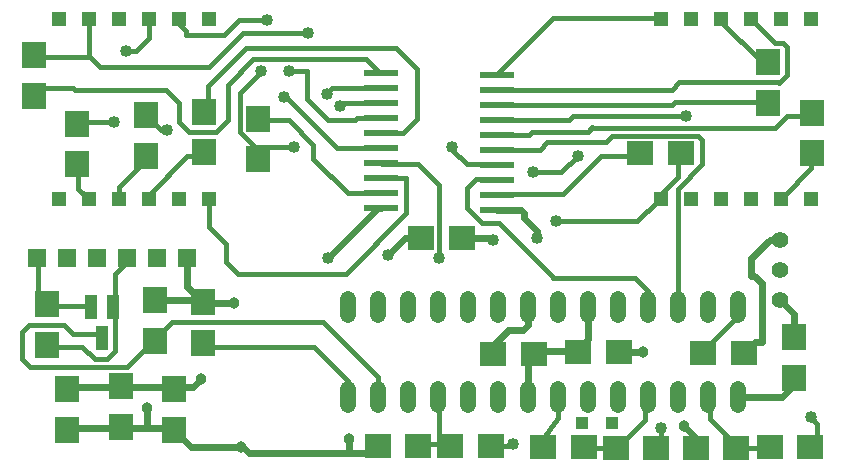
<source format=gbr>
G04 EAGLE Gerber RS-274X export*
G75*
%MOMM*%
%FSLAX34Y34*%
%LPD*%
%INBottom Copper*%
%IPPOS*%
%AMOC8*
5,1,8,0,0,1.08239X$1,22.5*%
G01*
%ADD10R,1.308000X1.308000*%
%ADD11R,2.200000X2.000000*%
%ADD12C,1.320800*%
%ADD13C,1.408000*%
%ADD14R,2.000000X2.200000*%
%ADD15R,1.000000X2.000000*%
%ADD16R,1.508000X1.508000*%
%ADD17R,3.000000X0.600000*%
%ADD18R,1.108000X1.108000*%
%ADD19C,0.609600*%
%ADD20C,0.381000*%
%ADD21C,1.016000*%
%ADD22C,0.965200*%
%ADD23C,0.398781*%


D10*
X185579Y629245D03*
X210979Y629245D03*
X236379Y629245D03*
X261779Y629245D03*
X287179Y629245D03*
X312579Y629245D03*
X312579Y781645D03*
X287179Y781645D03*
X261779Y781645D03*
X236379Y781645D03*
X210979Y781645D03*
X185579Y781645D03*
X695587Y628721D03*
X720987Y628721D03*
X746387Y628721D03*
X771787Y628721D03*
X797187Y628721D03*
X822587Y628721D03*
X822587Y781121D03*
X797187Y781121D03*
X771787Y781121D03*
X746387Y781121D03*
X720987Y781121D03*
X695587Y781121D03*
D11*
X455720Y420270D03*
X490220Y420270D03*
X595820Y418770D03*
X630320Y418770D03*
X724830Y418660D03*
X759330Y418660D03*
D12*
X430700Y455066D02*
X430700Y468274D01*
X456100Y468274D02*
X456100Y455066D01*
X481500Y455066D02*
X481500Y468274D01*
X506900Y468274D02*
X506900Y455066D01*
X532300Y455066D02*
X532300Y468274D01*
X557700Y468274D02*
X557700Y455066D01*
X583100Y455066D02*
X583100Y468274D01*
X608500Y468274D02*
X608500Y455066D01*
X633900Y455066D02*
X633900Y468274D01*
X659300Y468274D02*
X659300Y455066D01*
X684700Y455066D02*
X684700Y468274D01*
X710100Y468274D02*
X710100Y455066D01*
X735500Y455066D02*
X735500Y468274D01*
X760900Y468274D02*
X760900Y455066D01*
X760900Y531266D02*
X760900Y544474D01*
X735500Y544474D02*
X735500Y531266D01*
X710100Y531266D02*
X710100Y544474D01*
X684700Y544474D02*
X684700Y531266D01*
X659300Y531266D02*
X659300Y544474D01*
X633900Y544474D02*
X633900Y531266D01*
X608500Y531266D02*
X608500Y544474D01*
X583100Y544474D02*
X583100Y531266D01*
X557700Y531266D02*
X557700Y544474D01*
X532300Y544474D02*
X532300Y531266D01*
X506900Y531266D02*
X506900Y544474D01*
X481500Y544474D02*
X481500Y531266D01*
X456100Y531266D02*
X456100Y544474D01*
X430700Y544474D02*
X430700Y531266D01*
D13*
X795910Y594620D03*
X795910Y569220D03*
X795910Y543820D03*
D11*
X765880Y498870D03*
X731380Y498870D03*
D14*
X807730Y477760D03*
X807730Y512260D03*
D11*
X516790Y419770D03*
X551290Y419770D03*
D14*
X175930Y505670D03*
X175930Y540170D03*
X354690Y697160D03*
X354690Y662660D03*
D11*
X712270Y667910D03*
X677770Y667910D03*
D14*
X786130Y745040D03*
X786130Y710540D03*
X822970Y667680D03*
X822970Y702180D03*
X164770Y751050D03*
X164770Y716550D03*
X308680Y668520D03*
X308680Y703020D03*
X201270Y658380D03*
X201270Y692880D03*
D11*
X657080Y418270D03*
X691580Y418270D03*
X787480Y419430D03*
X821980Y419430D03*
D14*
X267040Y508930D03*
X267040Y543430D03*
X307510Y507320D03*
X307510Y541820D03*
X259240Y665800D03*
X259240Y700300D03*
D15*
X222250Y511010D03*
X231750Y538010D03*
X212750Y538010D03*
D16*
X294640Y579120D03*
X269240Y579120D03*
X243840Y579120D03*
X218440Y579120D03*
X193040Y579120D03*
X167640Y579120D03*
D17*
X458470Y621030D03*
X458470Y633730D03*
X458470Y646430D03*
X458470Y659130D03*
X458470Y671830D03*
X458470Y684530D03*
X458470Y697230D03*
X458470Y709930D03*
X458470Y722630D03*
X458470Y735330D03*
X556872Y734264D03*
X556872Y721564D03*
X556872Y708864D03*
X556872Y696164D03*
X556872Y683464D03*
X556872Y670764D03*
X556872Y658064D03*
X556872Y645364D03*
X556872Y632664D03*
X556872Y619964D03*
D11*
X587730Y497840D03*
X553230Y497840D03*
X625120Y499110D03*
X659620Y499110D03*
X526770Y595630D03*
X492270Y595630D03*
D14*
X283210Y433350D03*
X283210Y467850D03*
X238760Y435890D03*
X238760Y470390D03*
X193040Y433350D03*
X193040Y467850D03*
D18*
X628650Y439420D03*
X654050Y439420D03*
D19*
X260350Y435483D02*
X240030Y435483D01*
X260350Y435483D02*
X281178Y435483D01*
D20*
X283210Y433350D01*
X240030Y435483D02*
X238760Y435890D01*
X596646Y427408D02*
X596646Y421767D01*
X595820Y418770D01*
X608500Y443930D02*
X608500Y461670D01*
X608500Y443930D02*
X596646Y427408D01*
D21*
X553720Y594360D03*
X590550Y595630D03*
D19*
X590550Y601980D01*
X579501Y613029D01*
X579501Y617220D01*
X576757Y619964D01*
X556872Y619964D01*
X195173Y435483D02*
X193040Y433350D01*
X195173Y435483D02*
X240030Y435483D01*
D22*
X340360Y419100D03*
X260350Y452120D03*
D19*
X260350Y435483D01*
X281178Y435483D02*
X297561Y419100D01*
X340360Y419100D01*
D22*
X431800Y425450D03*
D19*
X341630Y419100D02*
X340360Y419100D01*
X341630Y419100D02*
X346710Y414020D01*
X431800Y414020D01*
X449470Y414020D01*
X455720Y420270D01*
X431800Y425450D02*
X431800Y414020D01*
D22*
X715010Y436880D03*
D19*
X724830Y427060D01*
X724830Y418660D01*
D22*
X680720Y499110D03*
D19*
X659620Y499110D01*
X583100Y522140D02*
X583100Y537870D01*
X579120Y518160D02*
X566420Y518160D01*
X553230Y504970D01*
X553230Y497840D01*
X579120Y518160D02*
X583100Y522140D01*
X552450Y595630D02*
X526770Y595630D01*
X552450Y595630D02*
X553720Y594360D01*
X236601Y469773D02*
X195453Y469773D01*
D20*
X193040Y467850D01*
X236601Y469773D02*
X238760Y470390D01*
D19*
X240030Y469773D02*
X281178Y469773D01*
D20*
X283210Y467850D01*
X240030Y469773D02*
X238760Y470390D01*
D19*
X589788Y500634D02*
X624078Y500634D01*
D20*
X589788Y500634D02*
X587730Y497840D01*
X624078Y500634D02*
X625120Y499110D01*
D21*
X464820Y581660D03*
D19*
X478790Y595630D01*
X492270Y595630D01*
D21*
X414020Y579120D03*
D19*
X455930Y621030D01*
X458470Y621030D01*
D22*
X334010Y541020D03*
D19*
X308310Y541020D01*
X307510Y541820D01*
D22*
X306070Y476250D03*
D19*
X285260Y469900D02*
X283210Y467850D01*
X285260Y469900D02*
X299720Y469900D01*
X306070Y476250D01*
X583100Y461670D02*
X583100Y493210D01*
X587730Y497840D01*
X305900Y543430D02*
X267040Y543430D01*
X305900Y543430D02*
X307510Y541820D01*
X294640Y554690D02*
X294640Y579120D01*
X294640Y554690D02*
X305900Y543430D01*
X633900Y537870D02*
X633900Y510456D01*
X624078Y500634D01*
D20*
X401447Y504063D02*
X308610Y504063D01*
X430700Y474810D02*
X430700Y461670D01*
X430700Y474810D02*
X401447Y504063D01*
X308610Y504063D02*
X307510Y507320D01*
X164770Y751050D02*
X161925Y754380D01*
X341884Y769366D02*
X396367Y769366D01*
D21*
X396367Y769366D03*
D20*
X167005Y749300D02*
X161925Y754380D01*
X312928Y740410D02*
X341884Y769366D01*
X312928Y740410D02*
X220980Y740410D01*
X212090Y749300D02*
X167005Y749300D01*
X210979Y750411D02*
X210979Y781645D01*
X210979Y750411D02*
X212090Y749300D01*
X220980Y740410D01*
X353187Y672084D02*
X353187Y665226D01*
X351917Y673354D02*
X339471Y685800D01*
X351917Y673354D02*
X353187Y672084D01*
X353187Y665226D02*
X354690Y662660D01*
X351917Y673354D02*
X385191Y673354D01*
X353187Y672084D02*
X354690Y662660D01*
D21*
X357251Y737235D03*
X385191Y673354D03*
D20*
X339471Y685800D02*
X339471Y719201D01*
X357251Y736981D02*
X357251Y737235D01*
X357251Y736981D02*
X339471Y719201D01*
X308610Y665226D02*
X294513Y665226D01*
X261779Y632492D01*
X261779Y629245D01*
X308610Y665226D02*
X308680Y668520D01*
X202311Y658368D02*
X202311Y637794D01*
X209169Y630936D01*
X202311Y658368D02*
X201270Y658380D01*
X209169Y630936D02*
X210979Y629245D01*
X709803Y648081D02*
X709803Y665226D01*
X709803Y648081D02*
X692658Y630936D01*
X709803Y665226D02*
X712270Y667910D01*
X692658Y630936D02*
X695587Y628721D01*
X675513Y610362D02*
X606425Y610362D01*
X675513Y610362D02*
X692658Y627507D01*
X695587Y628721D01*
D21*
X606425Y610362D03*
D20*
X778383Y747522D02*
X785241Y747522D01*
X778383Y747522D02*
X747522Y778383D01*
X785241Y747522D02*
X786130Y745040D01*
X747522Y778383D02*
X746387Y781121D01*
X822960Y665226D02*
X822960Y654939D01*
X798957Y630936D01*
X822960Y665226D02*
X822970Y667680D01*
X798957Y630936D02*
X797187Y628721D01*
X287655Y693928D02*
X287655Y710184D01*
X287655Y693928D02*
X295783Y685800D01*
X318897Y685800D01*
X329184Y696087D01*
X350520Y747522D02*
X445770Y747522D01*
X456057Y737235D01*
X458470Y735330D01*
X329184Y723646D02*
X329184Y696087D01*
X329184Y723646D02*
X328930Y723900D01*
X328930Y725932D01*
X350520Y747522D01*
X199390Y721360D02*
X198120Y722630D01*
X170850Y722630D01*
X164770Y716550D01*
X276479Y721360D02*
X287655Y710184D01*
X276479Y721360D02*
X199390Y721360D01*
X312039Y724916D02*
X312039Y706374D01*
X312039Y724916D02*
X344043Y756920D01*
X471424Y756920D01*
X488950Y739394D01*
X488950Y696468D01*
X477012Y684530D01*
X458470Y684530D01*
X312039Y706374D02*
X308680Y703020D01*
X232537Y693928D02*
X202318Y693928D01*
X201270Y692880D01*
X417195Y722630D02*
X458470Y722630D01*
X417195Y722630D02*
X412496Y717931D01*
D21*
X232537Y693928D03*
X412496Y717931D03*
D20*
X645033Y665226D02*
X675513Y665226D01*
X645033Y665226D02*
X612902Y633095D01*
X557393Y633095D01*
X675513Y665226D02*
X677770Y667910D01*
X557393Y633095D02*
X556872Y632664D01*
X556872Y708864D02*
X705054Y708864D01*
X785470Y711200D02*
X786130Y710540D01*
X707390Y711200D02*
X705054Y708864D01*
X707390Y711200D02*
X785470Y711200D01*
X802386Y699516D02*
X822960Y699516D01*
X802386Y699516D02*
X792099Y689229D01*
X822960Y699516D02*
X822970Y702180D01*
X792099Y689229D02*
X637921Y689229D01*
X637540Y689610D01*
X633730Y685800D01*
X586740Y685800D02*
X584200Y683260D01*
X557076Y683260D01*
X556872Y683464D01*
X586740Y685800D02*
X633730Y685800D01*
X507492Y640588D02*
X507492Y579501D01*
X507492Y640588D02*
X489712Y658368D01*
X459486Y658368D01*
X458470Y659130D01*
D21*
X507492Y579501D03*
D20*
X261779Y765588D02*
X250698Y754507D01*
X242189Y754507D01*
X261779Y765588D02*
X261779Y781645D01*
D21*
X242189Y754507D03*
X376174Y715391D03*
D20*
X421640Y671830D02*
X458470Y671830D01*
X378079Y715391D02*
X376174Y715391D01*
X378079Y715391D02*
X421640Y671830D01*
X293751Y768096D02*
X293751Y771059D01*
X287179Y777631D01*
X287179Y781645D01*
X293751Y768096D02*
X325247Y768096D01*
X338074Y780923D02*
X362204Y780923D01*
X338074Y780923D02*
X325247Y768096D01*
D21*
X362204Y780923D03*
X380492Y737235D03*
D20*
X396240Y737235D01*
X396240Y713740D01*
X414020Y695960D01*
X436880Y695960D01*
X438150Y697230D02*
X458470Y697230D01*
X438150Y697230D02*
X436880Y695960D01*
X480060Y617220D02*
X428752Y565912D01*
X480060Y617220D02*
X480060Y647192D01*
X459232Y647192D01*
X458470Y646430D01*
X312579Y629245D02*
X312579Y607655D01*
D23*
X312579Y605631D01*
X327660Y590550D01*
X327660Y576072D01*
X337820Y565912D01*
X428752Y565912D01*
D20*
X694515Y782193D02*
X695587Y781121D01*
X694515Y782193D02*
X603885Y782193D01*
X558927Y737235D01*
X556872Y734264D01*
X774954Y778383D02*
X792099Y761238D01*
X798957Y761238D01*
X802386Y757809D01*
X802386Y733806D01*
X795528Y726948D01*
X774954Y778383D02*
X771787Y781121D01*
X705054Y721564D02*
X556872Y721564D01*
X705054Y721564D02*
X711200Y727710D01*
X794766Y727710D01*
X795528Y726948D01*
D21*
X716661Y699516D03*
D20*
X617424Y696164D02*
X556872Y696164D01*
X617424Y696164D02*
X620776Y699516D01*
X716661Y699516D01*
X531241Y658368D02*
X518795Y670814D01*
X518795Y672973D01*
X531241Y658368D02*
X555498Y658368D01*
X556872Y658064D01*
D21*
X518795Y672973D03*
D20*
X219456Y514350D02*
X197993Y514350D01*
X189865Y522478D01*
X160782Y522478D01*
X154813Y516509D01*
X154813Y493776D01*
X161671Y486918D01*
X243459Y486918D01*
X264033Y507492D01*
X222250Y511010D02*
X219456Y514350D01*
X264033Y507492D02*
X267040Y508930D01*
X409575Y524637D02*
X455648Y478564D01*
X409575Y524637D02*
X281178Y524637D01*
X267462Y510921D01*
X455648Y478564D02*
X456100Y465480D01*
X456100Y461670D01*
X267040Y508930D02*
X267462Y510921D01*
X233172Y538353D02*
X233172Y565785D01*
X243459Y576072D01*
X233172Y538353D02*
X231750Y538010D01*
X243459Y576072D02*
X243840Y579120D01*
X205740Y504063D02*
X178308Y504063D01*
X205740Y504063D02*
X216027Y493776D01*
X226314Y493776D01*
X233172Y500634D01*
X233172Y534924D01*
X178308Y504063D02*
X175930Y505670D01*
X233172Y534924D02*
X231750Y538010D01*
X695579Y435483D02*
X695579Y422269D01*
X691580Y418270D01*
D21*
X695579Y435483D03*
D20*
X570484Y421513D02*
X568741Y419770D01*
X551290Y419770D01*
D21*
X570484Y421513D03*
D20*
X759330Y418660D02*
X760095Y419608D01*
X737235Y459486D02*
X735500Y461670D01*
X737235Y459486D02*
X737235Y442468D01*
X760095Y419608D01*
X759330Y418660D02*
X786710Y418660D01*
X787480Y419430D01*
D19*
X765880Y498870D02*
X775010Y508000D01*
X781050Y508000D01*
X781050Y557530D01*
X774700Y563880D01*
X772160Y563880D01*
X772160Y579120D01*
X787660Y594620D01*
X795910Y594620D01*
X795910Y543820D02*
X807730Y532000D01*
X807730Y512260D01*
D21*
X822198Y444373D03*
D20*
X828040Y438531D01*
X828040Y421640D01*
X826008Y419608D01*
X819658Y419608D01*
X819836Y419430D02*
X821980Y419430D01*
X819836Y419430D02*
X819658Y419608D01*
X654939Y418338D02*
X630936Y418338D01*
X654939Y418338D02*
X657080Y418270D01*
X630936Y418338D02*
X630320Y418770D01*
X682371Y442341D02*
X682371Y459486D01*
X682371Y442341D02*
X658368Y418338D01*
X682371Y459486D02*
X684700Y461670D01*
X658368Y418338D02*
X657080Y418270D01*
X733806Y500634D02*
X733806Y503301D01*
X760900Y530395D02*
X760900Y537870D01*
X760900Y530395D02*
X733806Y503301D01*
X733806Y500634D02*
X731380Y498870D01*
D19*
X760900Y461670D02*
X798220Y461670D01*
X807730Y471180D02*
X807730Y477760D01*
X807730Y471180D02*
X798220Y461670D01*
D20*
X212598Y538353D02*
X178308Y538353D01*
X212598Y538353D02*
X212750Y538010D01*
X178308Y538353D02*
X175930Y540170D01*
X168021Y548640D02*
X168021Y576072D01*
X168021Y548640D02*
X174879Y541782D01*
X168021Y576072D02*
X167640Y579120D01*
X174879Y541782D02*
X175930Y540170D01*
X587121Y651510D02*
X611251Y651510D01*
X624967Y665226D01*
D21*
X624967Y665226D03*
X587121Y651510D03*
D20*
X259240Y662266D02*
X259240Y665800D01*
X259240Y662266D02*
X236379Y639405D01*
X236379Y629245D01*
X458216Y710184D02*
X458470Y709930D01*
X458216Y710184D02*
X426593Y710184D01*
X424053Y707644D01*
D21*
X276987Y687070D03*
X424053Y707644D03*
D20*
X276987Y687070D02*
X272470Y687070D01*
X259240Y700300D01*
X356616Y696087D02*
X380238Y696087D01*
X356616Y696087D02*
X354690Y697160D01*
X430530Y633730D02*
X458470Y633730D01*
X401320Y662940D02*
X401320Y675005D01*
X380238Y696087D01*
X401320Y662940D02*
X430530Y633730D01*
X490347Y421767D02*
X507492Y421767D01*
X514350Y421767D01*
X516790Y419770D01*
X490347Y421767D02*
X490220Y420270D01*
X507492Y421767D02*
X507492Y459486D01*
X506900Y461670D01*
X507492Y421767D02*
X516790Y419770D01*
X709803Y538353D02*
X709803Y637794D01*
X730377Y658368D01*
X730377Y678942D01*
X726948Y682371D01*
X709803Y538353D02*
X710100Y537870D01*
X726948Y682371D02*
X654431Y682371D01*
X557076Y670560D02*
X556872Y670764D01*
X648970Y676910D02*
X654431Y682371D01*
X648970Y676910D02*
X599440Y676910D01*
X593090Y670560D01*
X557076Y670560D01*
X684700Y551264D02*
X684700Y537870D01*
X684700Y551264D02*
X673608Y562356D01*
X604520Y562356D01*
X531114Y621030D02*
X531114Y638175D01*
X538861Y645922D01*
X556314Y645922D02*
X556872Y645364D01*
X556314Y645922D02*
X538861Y645922D01*
X531114Y621030D02*
X543814Y608330D01*
X604520Y562610D02*
X604520Y562356D01*
X558800Y608330D02*
X543814Y608330D01*
X558800Y608330D02*
X604520Y562610D01*
M02*

</source>
